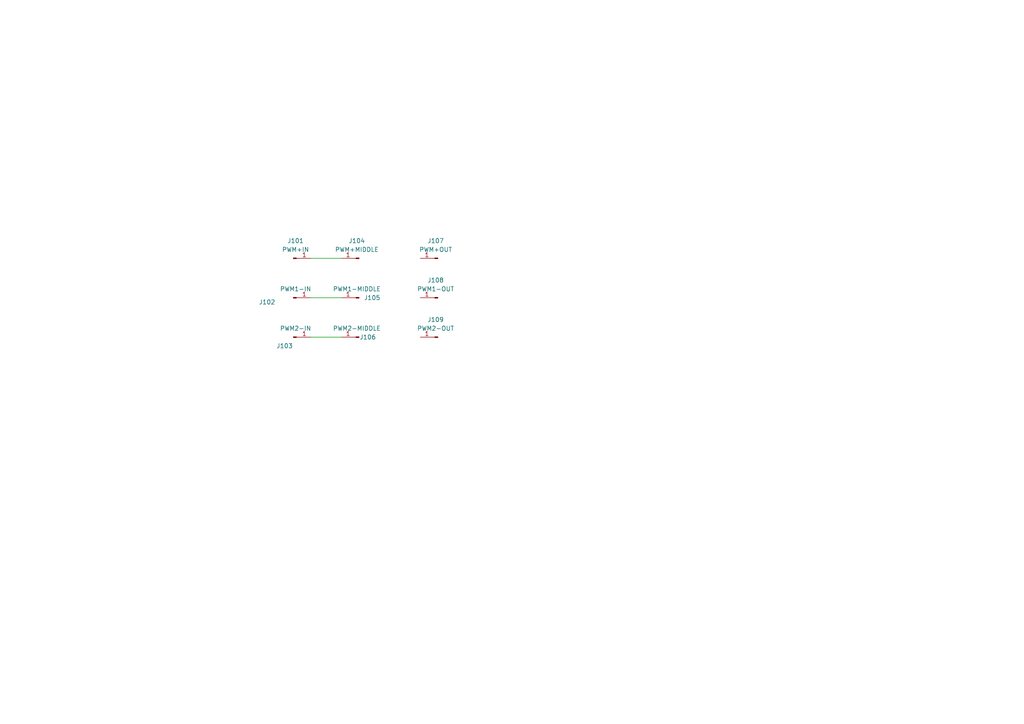
<source format=kicad_sch>
(kicad_sch (version 20230121) (generator eeschema)
  (paper "A4")
  (lib_symbols
    (symbol "Connector:Conn_01x01_Pin" (pin_names (offset 1.016) hide)
      (property "Reference" "J" (at 0 2.54 0))
      (property "Value" "Conn_01x01_Pin" (at 0 -2.54 0))
      (symbol "Conn_01x01_Pin_1_1"
        (polyline (pts (xy 1.27 0) (xy 0.8636 0)) (stroke (width 0.1524)))
        (rectangle (start 0.8636 0.127) (end 0 -0.127) (stroke (width 0.1524)) (fill (type outline)))
        (pin passive line (at 5.08 0 180) (length 3.81) (name "Pin_1") (number "1"))
      )
    )
  )
  (wire (pts (xy 90.17 97.79) (xy 99.06 97.79)))
  (wire (pts (xy 90.17 86.36) (xy 99.06 86.36)))
  (wire (pts (xy 90.17 74.93) (xy 99.06 74.93)))
  (symbol (lib_id "Connector:Conn_01x01_Pin") (at 104.14 74.93 180) (unit 1)
    (property "Reference" "J104" (at 103.505 69.85 0))
    (property "Value" "PWM+MIDDLE" (at 103.505 72.39 0))
    (property "Footprint" "my_small_pad:my_small_pad" (effects hide))
  )
  (symbol (lib_id "Connector:Conn_01x01_Pin") (at 85.09 86.36 0) (unit 1)
    (property "Reference" "J102" (at 77.47 87.63 0))
    (property "Value" "PWM1-IN" (at 85.725 83.82 0))
    (property "Footprint" "MyPinSocket:MyPinSocket" (effects hide))
  )
  (symbol (lib_id "Connector:Conn_01x01_Pin") (at 127 97.79 180) (unit 1)
    (property "Reference" "J109" (at 126.365 92.71 0))
    (property "Value" "PWM2-OUT" (at 126.365 95.25 0))
    (property "Footprint" "my_small_pad:my_small_pad" (effects hide))
  )
  (symbol (lib_id "Connector:Conn_01x01_Pin") (at 85.09 97.79 0) (unit 1)
    (property "Reference" "J103" (at 82.55 100.33 0))
    (property "Value" "PWM2-IN" (at 85.725 95.25 0))
    (property "Footprint" "MyPinSocket:MyPinSocket" (effects hide))
  )
  (symbol (lib_id "Connector:Conn_01x01_Pin") (at 127 74.93 180) (unit 1)
    (property "Reference" "J107" (at 126.365 69.85 0))
    (property "Value" "PWM+OUT" (at 126.365 72.39 0))
    (property "Footprint" "my_small_pad:my_small_pad" (effects hide))
  )
  (symbol (lib_id "Connector:Conn_01x01_Pin") (at 127 86.36 180) (unit 1)
    (property "Reference" "J108" (at 126.365 81.28 0))
    (property "Value" "PWM1-OUT" (at 126.365 83.82 0))
    (property "Footprint" "my_small_pad:my_small_pad" (effects hide))
  )
  (symbol (lib_id "Connector:Conn_01x01_Pin") (at 85.09 74.93 0) (unit 1)
    (property "Reference" "J101" (at 85.725 69.85 0))
    (property "Value" "PWM+IN" (at 85.725 72.39 0))
    (property "Footprint" "MyPinSocket:MyPinSocket" (effects hide))
  )
  (symbol (lib_id "Connector:Conn_01x01_Pin") (at 104.14 97.79 180) (unit 1)
    (property "Reference" "J106" (at 106.68 97.79 0))
    (property "Value" "PWM2-MIDDLE" (at 103.505 95.25 0))
    (property "Footprint" "my_small_pad:my_small_pad" (effects hide))
  )
  (symbol (lib_id "Connector:Conn_01x01_Pin") (at 104.14 86.36 180) (unit 1)
    (property "Reference" "J105" (at 107.95 86.36 0))
    (property "Value" "PWM1-MIDDLE" (at 103.505 83.82 0))
    (property "Footprint" "my_small_pad:my_small_pad" (effects hide))
  )
)
</source>
